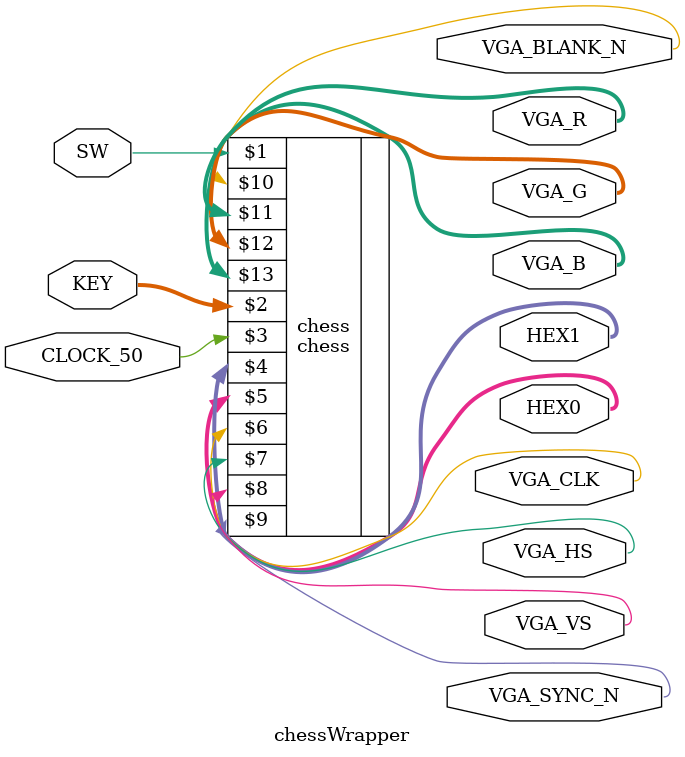
<source format=sv>
module chessWrapper(input  logic [0:0]	SW,             // for reset
                    input  logic [3:0]	KEY,            // for up/down/left/right
                    input  logic	CLOCK_50,       // FPGA 50MHz Clock for VGA
                    output logic [6:0]	HEX1, HEX0,     // display of current cursor position with sevenseg display
                    output logic	VGA_CLK,        // clock for VGA to run on
                    output logic	VGA_HS,         // horizontal sync
		    output logic	VGA_VS,         // vertical sync
                    output logic	VGA_SYNC_N,     // ?
		    output logic	VGA_BLANK_N,    // ?
                    output logic [7:0]	VGA_R,          // red pixel outputs
                    output logic [7:0]	VGA_G,          // green pixel outputs
                    output logic [7:0]	VGA_B);         // blue pixel outputs
        
chess chess(SW[0], KEY[3:0], CLOCK_50, HEX1, HEX0, VGA_CLK, VGA_HS, VGA_VS, VGA_SYNC_N, VGA_BLANK_N, VGA_R, VGA_G, VGA_B);

endmodule

</source>
